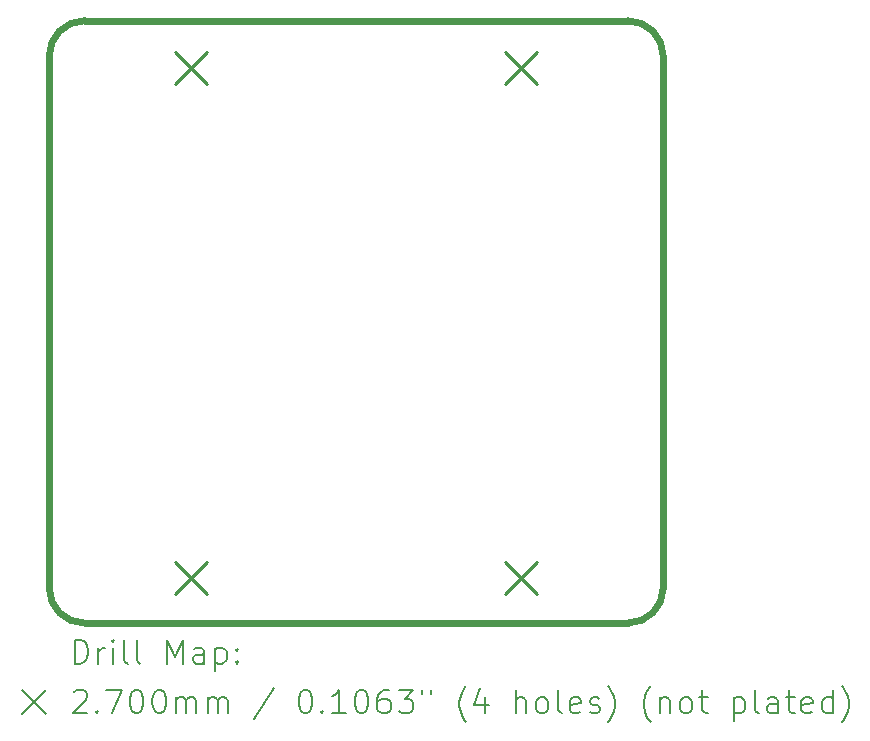
<source format=gbr>
%TF.GenerationSoftware,KiCad,Pcbnew,7.0.1-0*%
%TF.CreationDate,2023-04-02T19:04:10+10:00*%
%TF.ProjectId,RP2040_minimal,52503230-3430-45f6-9d69-6e696d616c2e,REV1*%
%TF.SameCoordinates,Original*%
%TF.FileFunction,Drillmap*%
%TF.FilePolarity,Positive*%
%FSLAX45Y45*%
G04 Gerber Fmt 4.5, Leading zero omitted, Abs format (unit mm)*
G04 Created by KiCad (PCBNEW 7.0.1-0) date 2023-04-02 19:04:10*
%MOMM*%
%LPD*%
G01*
G04 APERTURE LIST*
%ADD10C,0.600000*%
%ADD11C,0.200000*%
%ADD12C,0.270000*%
G04 APERTURE END LIST*
D10*
X12300000Y-12100000D02*
X7700000Y-12100000D01*
X12600000Y-7300000D02*
X12600000Y-11800000D01*
X7700000Y-7000000D02*
X12300000Y-7000000D01*
X7400000Y-11800000D02*
X7400000Y-7300000D01*
X7700000Y-7000000D02*
G75*
G03*
X7400000Y-7300000I0J-300000D01*
G01*
X12300000Y-12100000D02*
G75*
G03*
X12600000Y-11800000I0J300000D01*
G01*
X12600000Y-7300000D02*
G75*
G03*
X12300000Y-7000000I-300000J0D01*
G01*
X7400000Y-11800000D02*
G75*
G03*
X7700000Y-12100000I300000J0D01*
G01*
D11*
D12*
X8468000Y-7265000D02*
X8738000Y-7535000D01*
X8738000Y-7265000D02*
X8468000Y-7535000D01*
X8468000Y-11583000D02*
X8738000Y-11853000D01*
X8738000Y-11583000D02*
X8468000Y-11853000D01*
X11262000Y-7265000D02*
X11532000Y-7535000D01*
X11532000Y-7265000D02*
X11262000Y-7535000D01*
X11262000Y-11583000D02*
X11532000Y-11853000D01*
X11532000Y-11583000D02*
X11262000Y-11853000D01*
D11*
X7617619Y-12442524D02*
X7617619Y-12242524D01*
X7617619Y-12242524D02*
X7665238Y-12242524D01*
X7665238Y-12242524D02*
X7693809Y-12252048D01*
X7693809Y-12252048D02*
X7712857Y-12271095D01*
X7712857Y-12271095D02*
X7722381Y-12290143D01*
X7722381Y-12290143D02*
X7731905Y-12328238D01*
X7731905Y-12328238D02*
X7731905Y-12356809D01*
X7731905Y-12356809D02*
X7722381Y-12394905D01*
X7722381Y-12394905D02*
X7712857Y-12413952D01*
X7712857Y-12413952D02*
X7693809Y-12433000D01*
X7693809Y-12433000D02*
X7665238Y-12442524D01*
X7665238Y-12442524D02*
X7617619Y-12442524D01*
X7817619Y-12442524D02*
X7817619Y-12309190D01*
X7817619Y-12347286D02*
X7827143Y-12328238D01*
X7827143Y-12328238D02*
X7836667Y-12318714D01*
X7836667Y-12318714D02*
X7855714Y-12309190D01*
X7855714Y-12309190D02*
X7874762Y-12309190D01*
X7941428Y-12442524D02*
X7941428Y-12309190D01*
X7941428Y-12242524D02*
X7931905Y-12252048D01*
X7931905Y-12252048D02*
X7941428Y-12261571D01*
X7941428Y-12261571D02*
X7950952Y-12252048D01*
X7950952Y-12252048D02*
X7941428Y-12242524D01*
X7941428Y-12242524D02*
X7941428Y-12261571D01*
X8065238Y-12442524D02*
X8046190Y-12433000D01*
X8046190Y-12433000D02*
X8036667Y-12413952D01*
X8036667Y-12413952D02*
X8036667Y-12242524D01*
X8170000Y-12442524D02*
X8150952Y-12433000D01*
X8150952Y-12433000D02*
X8141428Y-12413952D01*
X8141428Y-12413952D02*
X8141428Y-12242524D01*
X8398571Y-12442524D02*
X8398571Y-12242524D01*
X8398571Y-12242524D02*
X8465238Y-12385381D01*
X8465238Y-12385381D02*
X8531905Y-12242524D01*
X8531905Y-12242524D02*
X8531905Y-12442524D01*
X8712857Y-12442524D02*
X8712857Y-12337762D01*
X8712857Y-12337762D02*
X8703333Y-12318714D01*
X8703333Y-12318714D02*
X8684286Y-12309190D01*
X8684286Y-12309190D02*
X8646190Y-12309190D01*
X8646190Y-12309190D02*
X8627143Y-12318714D01*
X8712857Y-12433000D02*
X8693810Y-12442524D01*
X8693810Y-12442524D02*
X8646190Y-12442524D01*
X8646190Y-12442524D02*
X8627143Y-12433000D01*
X8627143Y-12433000D02*
X8617619Y-12413952D01*
X8617619Y-12413952D02*
X8617619Y-12394905D01*
X8617619Y-12394905D02*
X8627143Y-12375857D01*
X8627143Y-12375857D02*
X8646190Y-12366333D01*
X8646190Y-12366333D02*
X8693810Y-12366333D01*
X8693810Y-12366333D02*
X8712857Y-12356809D01*
X8808095Y-12309190D02*
X8808095Y-12509190D01*
X8808095Y-12318714D02*
X8827143Y-12309190D01*
X8827143Y-12309190D02*
X8865238Y-12309190D01*
X8865238Y-12309190D02*
X8884286Y-12318714D01*
X8884286Y-12318714D02*
X8893810Y-12328238D01*
X8893810Y-12328238D02*
X8903333Y-12347286D01*
X8903333Y-12347286D02*
X8903333Y-12404428D01*
X8903333Y-12404428D02*
X8893810Y-12423476D01*
X8893810Y-12423476D02*
X8884286Y-12433000D01*
X8884286Y-12433000D02*
X8865238Y-12442524D01*
X8865238Y-12442524D02*
X8827143Y-12442524D01*
X8827143Y-12442524D02*
X8808095Y-12433000D01*
X8989048Y-12423476D02*
X8998571Y-12433000D01*
X8998571Y-12433000D02*
X8989048Y-12442524D01*
X8989048Y-12442524D02*
X8979524Y-12433000D01*
X8979524Y-12433000D02*
X8989048Y-12423476D01*
X8989048Y-12423476D02*
X8989048Y-12442524D01*
X8989048Y-12318714D02*
X8998571Y-12328238D01*
X8998571Y-12328238D02*
X8989048Y-12337762D01*
X8989048Y-12337762D02*
X8979524Y-12328238D01*
X8979524Y-12328238D02*
X8989048Y-12318714D01*
X8989048Y-12318714D02*
X8989048Y-12337762D01*
X7170000Y-12670000D02*
X7370000Y-12870000D01*
X7370000Y-12670000D02*
X7170000Y-12870000D01*
X7608095Y-12681571D02*
X7617619Y-12672048D01*
X7617619Y-12672048D02*
X7636667Y-12662524D01*
X7636667Y-12662524D02*
X7684286Y-12662524D01*
X7684286Y-12662524D02*
X7703333Y-12672048D01*
X7703333Y-12672048D02*
X7712857Y-12681571D01*
X7712857Y-12681571D02*
X7722381Y-12700619D01*
X7722381Y-12700619D02*
X7722381Y-12719667D01*
X7722381Y-12719667D02*
X7712857Y-12748238D01*
X7712857Y-12748238D02*
X7598571Y-12862524D01*
X7598571Y-12862524D02*
X7722381Y-12862524D01*
X7808095Y-12843476D02*
X7817619Y-12853000D01*
X7817619Y-12853000D02*
X7808095Y-12862524D01*
X7808095Y-12862524D02*
X7798571Y-12853000D01*
X7798571Y-12853000D02*
X7808095Y-12843476D01*
X7808095Y-12843476D02*
X7808095Y-12862524D01*
X7884286Y-12662524D02*
X8017619Y-12662524D01*
X8017619Y-12662524D02*
X7931905Y-12862524D01*
X8131905Y-12662524D02*
X8150952Y-12662524D01*
X8150952Y-12662524D02*
X8170000Y-12672048D01*
X8170000Y-12672048D02*
X8179524Y-12681571D01*
X8179524Y-12681571D02*
X8189048Y-12700619D01*
X8189048Y-12700619D02*
X8198571Y-12738714D01*
X8198571Y-12738714D02*
X8198571Y-12786333D01*
X8198571Y-12786333D02*
X8189048Y-12824428D01*
X8189048Y-12824428D02*
X8179524Y-12843476D01*
X8179524Y-12843476D02*
X8170000Y-12853000D01*
X8170000Y-12853000D02*
X8150952Y-12862524D01*
X8150952Y-12862524D02*
X8131905Y-12862524D01*
X8131905Y-12862524D02*
X8112857Y-12853000D01*
X8112857Y-12853000D02*
X8103333Y-12843476D01*
X8103333Y-12843476D02*
X8093809Y-12824428D01*
X8093809Y-12824428D02*
X8084286Y-12786333D01*
X8084286Y-12786333D02*
X8084286Y-12738714D01*
X8084286Y-12738714D02*
X8093809Y-12700619D01*
X8093809Y-12700619D02*
X8103333Y-12681571D01*
X8103333Y-12681571D02*
X8112857Y-12672048D01*
X8112857Y-12672048D02*
X8131905Y-12662524D01*
X8322381Y-12662524D02*
X8341429Y-12662524D01*
X8341429Y-12662524D02*
X8360476Y-12672048D01*
X8360476Y-12672048D02*
X8370000Y-12681571D01*
X8370000Y-12681571D02*
X8379524Y-12700619D01*
X8379524Y-12700619D02*
X8389048Y-12738714D01*
X8389048Y-12738714D02*
X8389048Y-12786333D01*
X8389048Y-12786333D02*
X8379524Y-12824428D01*
X8379524Y-12824428D02*
X8370000Y-12843476D01*
X8370000Y-12843476D02*
X8360476Y-12853000D01*
X8360476Y-12853000D02*
X8341429Y-12862524D01*
X8341429Y-12862524D02*
X8322381Y-12862524D01*
X8322381Y-12862524D02*
X8303333Y-12853000D01*
X8303333Y-12853000D02*
X8293809Y-12843476D01*
X8293809Y-12843476D02*
X8284286Y-12824428D01*
X8284286Y-12824428D02*
X8274762Y-12786333D01*
X8274762Y-12786333D02*
X8274762Y-12738714D01*
X8274762Y-12738714D02*
X8284286Y-12700619D01*
X8284286Y-12700619D02*
X8293809Y-12681571D01*
X8293809Y-12681571D02*
X8303333Y-12672048D01*
X8303333Y-12672048D02*
X8322381Y-12662524D01*
X8474762Y-12862524D02*
X8474762Y-12729190D01*
X8474762Y-12748238D02*
X8484286Y-12738714D01*
X8484286Y-12738714D02*
X8503333Y-12729190D01*
X8503333Y-12729190D02*
X8531905Y-12729190D01*
X8531905Y-12729190D02*
X8550952Y-12738714D01*
X8550952Y-12738714D02*
X8560476Y-12757762D01*
X8560476Y-12757762D02*
X8560476Y-12862524D01*
X8560476Y-12757762D02*
X8570000Y-12738714D01*
X8570000Y-12738714D02*
X8589048Y-12729190D01*
X8589048Y-12729190D02*
X8617619Y-12729190D01*
X8617619Y-12729190D02*
X8636667Y-12738714D01*
X8636667Y-12738714D02*
X8646191Y-12757762D01*
X8646191Y-12757762D02*
X8646191Y-12862524D01*
X8741429Y-12862524D02*
X8741429Y-12729190D01*
X8741429Y-12748238D02*
X8750952Y-12738714D01*
X8750952Y-12738714D02*
X8770000Y-12729190D01*
X8770000Y-12729190D02*
X8798572Y-12729190D01*
X8798572Y-12729190D02*
X8817619Y-12738714D01*
X8817619Y-12738714D02*
X8827143Y-12757762D01*
X8827143Y-12757762D02*
X8827143Y-12862524D01*
X8827143Y-12757762D02*
X8836667Y-12738714D01*
X8836667Y-12738714D02*
X8855714Y-12729190D01*
X8855714Y-12729190D02*
X8884286Y-12729190D01*
X8884286Y-12729190D02*
X8903333Y-12738714D01*
X8903333Y-12738714D02*
X8912857Y-12757762D01*
X8912857Y-12757762D02*
X8912857Y-12862524D01*
X9303333Y-12653000D02*
X9131905Y-12910143D01*
X9560476Y-12662524D02*
X9579524Y-12662524D01*
X9579524Y-12662524D02*
X9598572Y-12672048D01*
X9598572Y-12672048D02*
X9608095Y-12681571D01*
X9608095Y-12681571D02*
X9617619Y-12700619D01*
X9617619Y-12700619D02*
X9627143Y-12738714D01*
X9627143Y-12738714D02*
X9627143Y-12786333D01*
X9627143Y-12786333D02*
X9617619Y-12824428D01*
X9617619Y-12824428D02*
X9608095Y-12843476D01*
X9608095Y-12843476D02*
X9598572Y-12853000D01*
X9598572Y-12853000D02*
X9579524Y-12862524D01*
X9579524Y-12862524D02*
X9560476Y-12862524D01*
X9560476Y-12862524D02*
X9541429Y-12853000D01*
X9541429Y-12853000D02*
X9531905Y-12843476D01*
X9531905Y-12843476D02*
X9522381Y-12824428D01*
X9522381Y-12824428D02*
X9512857Y-12786333D01*
X9512857Y-12786333D02*
X9512857Y-12738714D01*
X9512857Y-12738714D02*
X9522381Y-12700619D01*
X9522381Y-12700619D02*
X9531905Y-12681571D01*
X9531905Y-12681571D02*
X9541429Y-12672048D01*
X9541429Y-12672048D02*
X9560476Y-12662524D01*
X9712857Y-12843476D02*
X9722381Y-12853000D01*
X9722381Y-12853000D02*
X9712857Y-12862524D01*
X9712857Y-12862524D02*
X9703334Y-12853000D01*
X9703334Y-12853000D02*
X9712857Y-12843476D01*
X9712857Y-12843476D02*
X9712857Y-12862524D01*
X9912857Y-12862524D02*
X9798572Y-12862524D01*
X9855714Y-12862524D02*
X9855714Y-12662524D01*
X9855714Y-12662524D02*
X9836667Y-12691095D01*
X9836667Y-12691095D02*
X9817619Y-12710143D01*
X9817619Y-12710143D02*
X9798572Y-12719667D01*
X10036667Y-12662524D02*
X10055715Y-12662524D01*
X10055715Y-12662524D02*
X10074762Y-12672048D01*
X10074762Y-12672048D02*
X10084286Y-12681571D01*
X10084286Y-12681571D02*
X10093810Y-12700619D01*
X10093810Y-12700619D02*
X10103334Y-12738714D01*
X10103334Y-12738714D02*
X10103334Y-12786333D01*
X10103334Y-12786333D02*
X10093810Y-12824428D01*
X10093810Y-12824428D02*
X10084286Y-12843476D01*
X10084286Y-12843476D02*
X10074762Y-12853000D01*
X10074762Y-12853000D02*
X10055715Y-12862524D01*
X10055715Y-12862524D02*
X10036667Y-12862524D01*
X10036667Y-12862524D02*
X10017619Y-12853000D01*
X10017619Y-12853000D02*
X10008095Y-12843476D01*
X10008095Y-12843476D02*
X9998572Y-12824428D01*
X9998572Y-12824428D02*
X9989048Y-12786333D01*
X9989048Y-12786333D02*
X9989048Y-12738714D01*
X9989048Y-12738714D02*
X9998572Y-12700619D01*
X9998572Y-12700619D02*
X10008095Y-12681571D01*
X10008095Y-12681571D02*
X10017619Y-12672048D01*
X10017619Y-12672048D02*
X10036667Y-12662524D01*
X10274762Y-12662524D02*
X10236667Y-12662524D01*
X10236667Y-12662524D02*
X10217619Y-12672048D01*
X10217619Y-12672048D02*
X10208095Y-12681571D01*
X10208095Y-12681571D02*
X10189048Y-12710143D01*
X10189048Y-12710143D02*
X10179524Y-12748238D01*
X10179524Y-12748238D02*
X10179524Y-12824428D01*
X10179524Y-12824428D02*
X10189048Y-12843476D01*
X10189048Y-12843476D02*
X10198572Y-12853000D01*
X10198572Y-12853000D02*
X10217619Y-12862524D01*
X10217619Y-12862524D02*
X10255715Y-12862524D01*
X10255715Y-12862524D02*
X10274762Y-12853000D01*
X10274762Y-12853000D02*
X10284286Y-12843476D01*
X10284286Y-12843476D02*
X10293810Y-12824428D01*
X10293810Y-12824428D02*
X10293810Y-12776809D01*
X10293810Y-12776809D02*
X10284286Y-12757762D01*
X10284286Y-12757762D02*
X10274762Y-12748238D01*
X10274762Y-12748238D02*
X10255715Y-12738714D01*
X10255715Y-12738714D02*
X10217619Y-12738714D01*
X10217619Y-12738714D02*
X10198572Y-12748238D01*
X10198572Y-12748238D02*
X10189048Y-12757762D01*
X10189048Y-12757762D02*
X10179524Y-12776809D01*
X10360476Y-12662524D02*
X10484286Y-12662524D01*
X10484286Y-12662524D02*
X10417619Y-12738714D01*
X10417619Y-12738714D02*
X10446191Y-12738714D01*
X10446191Y-12738714D02*
X10465238Y-12748238D01*
X10465238Y-12748238D02*
X10474762Y-12757762D01*
X10474762Y-12757762D02*
X10484286Y-12776809D01*
X10484286Y-12776809D02*
X10484286Y-12824428D01*
X10484286Y-12824428D02*
X10474762Y-12843476D01*
X10474762Y-12843476D02*
X10465238Y-12853000D01*
X10465238Y-12853000D02*
X10446191Y-12862524D01*
X10446191Y-12862524D02*
X10389048Y-12862524D01*
X10389048Y-12862524D02*
X10370000Y-12853000D01*
X10370000Y-12853000D02*
X10360476Y-12843476D01*
X10560476Y-12662524D02*
X10560476Y-12700619D01*
X10636667Y-12662524D02*
X10636667Y-12700619D01*
X10931905Y-12938714D02*
X10922381Y-12929190D01*
X10922381Y-12929190D02*
X10903334Y-12900619D01*
X10903334Y-12900619D02*
X10893810Y-12881571D01*
X10893810Y-12881571D02*
X10884286Y-12853000D01*
X10884286Y-12853000D02*
X10874762Y-12805381D01*
X10874762Y-12805381D02*
X10874762Y-12767286D01*
X10874762Y-12767286D02*
X10884286Y-12719667D01*
X10884286Y-12719667D02*
X10893810Y-12691095D01*
X10893810Y-12691095D02*
X10903334Y-12672048D01*
X10903334Y-12672048D02*
X10922381Y-12643476D01*
X10922381Y-12643476D02*
X10931905Y-12633952D01*
X11093810Y-12729190D02*
X11093810Y-12862524D01*
X11046191Y-12653000D02*
X10998572Y-12795857D01*
X10998572Y-12795857D02*
X11122381Y-12795857D01*
X11350953Y-12862524D02*
X11350953Y-12662524D01*
X11436667Y-12862524D02*
X11436667Y-12757762D01*
X11436667Y-12757762D02*
X11427143Y-12738714D01*
X11427143Y-12738714D02*
X11408096Y-12729190D01*
X11408096Y-12729190D02*
X11379524Y-12729190D01*
X11379524Y-12729190D02*
X11360476Y-12738714D01*
X11360476Y-12738714D02*
X11350953Y-12748238D01*
X11560476Y-12862524D02*
X11541429Y-12853000D01*
X11541429Y-12853000D02*
X11531905Y-12843476D01*
X11531905Y-12843476D02*
X11522381Y-12824428D01*
X11522381Y-12824428D02*
X11522381Y-12767286D01*
X11522381Y-12767286D02*
X11531905Y-12748238D01*
X11531905Y-12748238D02*
X11541429Y-12738714D01*
X11541429Y-12738714D02*
X11560476Y-12729190D01*
X11560476Y-12729190D02*
X11589048Y-12729190D01*
X11589048Y-12729190D02*
X11608096Y-12738714D01*
X11608096Y-12738714D02*
X11617619Y-12748238D01*
X11617619Y-12748238D02*
X11627143Y-12767286D01*
X11627143Y-12767286D02*
X11627143Y-12824428D01*
X11627143Y-12824428D02*
X11617619Y-12843476D01*
X11617619Y-12843476D02*
X11608096Y-12853000D01*
X11608096Y-12853000D02*
X11589048Y-12862524D01*
X11589048Y-12862524D02*
X11560476Y-12862524D01*
X11741429Y-12862524D02*
X11722381Y-12853000D01*
X11722381Y-12853000D02*
X11712857Y-12833952D01*
X11712857Y-12833952D02*
X11712857Y-12662524D01*
X11893810Y-12853000D02*
X11874762Y-12862524D01*
X11874762Y-12862524D02*
X11836667Y-12862524D01*
X11836667Y-12862524D02*
X11817619Y-12853000D01*
X11817619Y-12853000D02*
X11808096Y-12833952D01*
X11808096Y-12833952D02*
X11808096Y-12757762D01*
X11808096Y-12757762D02*
X11817619Y-12738714D01*
X11817619Y-12738714D02*
X11836667Y-12729190D01*
X11836667Y-12729190D02*
X11874762Y-12729190D01*
X11874762Y-12729190D02*
X11893810Y-12738714D01*
X11893810Y-12738714D02*
X11903334Y-12757762D01*
X11903334Y-12757762D02*
X11903334Y-12776809D01*
X11903334Y-12776809D02*
X11808096Y-12795857D01*
X11979524Y-12853000D02*
X11998572Y-12862524D01*
X11998572Y-12862524D02*
X12036667Y-12862524D01*
X12036667Y-12862524D02*
X12055715Y-12853000D01*
X12055715Y-12853000D02*
X12065238Y-12833952D01*
X12065238Y-12833952D02*
X12065238Y-12824428D01*
X12065238Y-12824428D02*
X12055715Y-12805381D01*
X12055715Y-12805381D02*
X12036667Y-12795857D01*
X12036667Y-12795857D02*
X12008096Y-12795857D01*
X12008096Y-12795857D02*
X11989048Y-12786333D01*
X11989048Y-12786333D02*
X11979524Y-12767286D01*
X11979524Y-12767286D02*
X11979524Y-12757762D01*
X11979524Y-12757762D02*
X11989048Y-12738714D01*
X11989048Y-12738714D02*
X12008096Y-12729190D01*
X12008096Y-12729190D02*
X12036667Y-12729190D01*
X12036667Y-12729190D02*
X12055715Y-12738714D01*
X12131905Y-12938714D02*
X12141429Y-12929190D01*
X12141429Y-12929190D02*
X12160477Y-12900619D01*
X12160477Y-12900619D02*
X12170000Y-12881571D01*
X12170000Y-12881571D02*
X12179524Y-12853000D01*
X12179524Y-12853000D02*
X12189048Y-12805381D01*
X12189048Y-12805381D02*
X12189048Y-12767286D01*
X12189048Y-12767286D02*
X12179524Y-12719667D01*
X12179524Y-12719667D02*
X12170000Y-12691095D01*
X12170000Y-12691095D02*
X12160477Y-12672048D01*
X12160477Y-12672048D02*
X12141429Y-12643476D01*
X12141429Y-12643476D02*
X12131905Y-12633952D01*
X12493810Y-12938714D02*
X12484286Y-12929190D01*
X12484286Y-12929190D02*
X12465238Y-12900619D01*
X12465238Y-12900619D02*
X12455715Y-12881571D01*
X12455715Y-12881571D02*
X12446191Y-12853000D01*
X12446191Y-12853000D02*
X12436667Y-12805381D01*
X12436667Y-12805381D02*
X12436667Y-12767286D01*
X12436667Y-12767286D02*
X12446191Y-12719667D01*
X12446191Y-12719667D02*
X12455715Y-12691095D01*
X12455715Y-12691095D02*
X12465238Y-12672048D01*
X12465238Y-12672048D02*
X12484286Y-12643476D01*
X12484286Y-12643476D02*
X12493810Y-12633952D01*
X12570000Y-12729190D02*
X12570000Y-12862524D01*
X12570000Y-12748238D02*
X12579524Y-12738714D01*
X12579524Y-12738714D02*
X12598572Y-12729190D01*
X12598572Y-12729190D02*
X12627143Y-12729190D01*
X12627143Y-12729190D02*
X12646191Y-12738714D01*
X12646191Y-12738714D02*
X12655715Y-12757762D01*
X12655715Y-12757762D02*
X12655715Y-12862524D01*
X12779524Y-12862524D02*
X12760477Y-12853000D01*
X12760477Y-12853000D02*
X12750953Y-12843476D01*
X12750953Y-12843476D02*
X12741429Y-12824428D01*
X12741429Y-12824428D02*
X12741429Y-12767286D01*
X12741429Y-12767286D02*
X12750953Y-12748238D01*
X12750953Y-12748238D02*
X12760477Y-12738714D01*
X12760477Y-12738714D02*
X12779524Y-12729190D01*
X12779524Y-12729190D02*
X12808096Y-12729190D01*
X12808096Y-12729190D02*
X12827143Y-12738714D01*
X12827143Y-12738714D02*
X12836667Y-12748238D01*
X12836667Y-12748238D02*
X12846191Y-12767286D01*
X12846191Y-12767286D02*
X12846191Y-12824428D01*
X12846191Y-12824428D02*
X12836667Y-12843476D01*
X12836667Y-12843476D02*
X12827143Y-12853000D01*
X12827143Y-12853000D02*
X12808096Y-12862524D01*
X12808096Y-12862524D02*
X12779524Y-12862524D01*
X12903334Y-12729190D02*
X12979524Y-12729190D01*
X12931905Y-12662524D02*
X12931905Y-12833952D01*
X12931905Y-12833952D02*
X12941429Y-12853000D01*
X12941429Y-12853000D02*
X12960477Y-12862524D01*
X12960477Y-12862524D02*
X12979524Y-12862524D01*
X13198572Y-12729190D02*
X13198572Y-12929190D01*
X13198572Y-12738714D02*
X13217619Y-12729190D01*
X13217619Y-12729190D02*
X13255715Y-12729190D01*
X13255715Y-12729190D02*
X13274762Y-12738714D01*
X13274762Y-12738714D02*
X13284286Y-12748238D01*
X13284286Y-12748238D02*
X13293810Y-12767286D01*
X13293810Y-12767286D02*
X13293810Y-12824428D01*
X13293810Y-12824428D02*
X13284286Y-12843476D01*
X13284286Y-12843476D02*
X13274762Y-12853000D01*
X13274762Y-12853000D02*
X13255715Y-12862524D01*
X13255715Y-12862524D02*
X13217619Y-12862524D01*
X13217619Y-12862524D02*
X13198572Y-12853000D01*
X13408096Y-12862524D02*
X13389048Y-12853000D01*
X13389048Y-12853000D02*
X13379524Y-12833952D01*
X13379524Y-12833952D02*
X13379524Y-12662524D01*
X13570000Y-12862524D02*
X13570000Y-12757762D01*
X13570000Y-12757762D02*
X13560477Y-12738714D01*
X13560477Y-12738714D02*
X13541429Y-12729190D01*
X13541429Y-12729190D02*
X13503334Y-12729190D01*
X13503334Y-12729190D02*
X13484286Y-12738714D01*
X13570000Y-12853000D02*
X13550953Y-12862524D01*
X13550953Y-12862524D02*
X13503334Y-12862524D01*
X13503334Y-12862524D02*
X13484286Y-12853000D01*
X13484286Y-12853000D02*
X13474762Y-12833952D01*
X13474762Y-12833952D02*
X13474762Y-12814905D01*
X13474762Y-12814905D02*
X13484286Y-12795857D01*
X13484286Y-12795857D02*
X13503334Y-12786333D01*
X13503334Y-12786333D02*
X13550953Y-12786333D01*
X13550953Y-12786333D02*
X13570000Y-12776809D01*
X13636667Y-12729190D02*
X13712858Y-12729190D01*
X13665239Y-12662524D02*
X13665239Y-12833952D01*
X13665239Y-12833952D02*
X13674762Y-12853000D01*
X13674762Y-12853000D02*
X13693810Y-12862524D01*
X13693810Y-12862524D02*
X13712858Y-12862524D01*
X13855715Y-12853000D02*
X13836667Y-12862524D01*
X13836667Y-12862524D02*
X13798572Y-12862524D01*
X13798572Y-12862524D02*
X13779524Y-12853000D01*
X13779524Y-12853000D02*
X13770000Y-12833952D01*
X13770000Y-12833952D02*
X13770000Y-12757762D01*
X13770000Y-12757762D02*
X13779524Y-12738714D01*
X13779524Y-12738714D02*
X13798572Y-12729190D01*
X13798572Y-12729190D02*
X13836667Y-12729190D01*
X13836667Y-12729190D02*
X13855715Y-12738714D01*
X13855715Y-12738714D02*
X13865239Y-12757762D01*
X13865239Y-12757762D02*
X13865239Y-12776809D01*
X13865239Y-12776809D02*
X13770000Y-12795857D01*
X14036667Y-12862524D02*
X14036667Y-12662524D01*
X14036667Y-12853000D02*
X14017620Y-12862524D01*
X14017620Y-12862524D02*
X13979524Y-12862524D01*
X13979524Y-12862524D02*
X13960477Y-12853000D01*
X13960477Y-12853000D02*
X13950953Y-12843476D01*
X13950953Y-12843476D02*
X13941429Y-12824428D01*
X13941429Y-12824428D02*
X13941429Y-12767286D01*
X13941429Y-12767286D02*
X13950953Y-12748238D01*
X13950953Y-12748238D02*
X13960477Y-12738714D01*
X13960477Y-12738714D02*
X13979524Y-12729190D01*
X13979524Y-12729190D02*
X14017620Y-12729190D01*
X14017620Y-12729190D02*
X14036667Y-12738714D01*
X14112858Y-12938714D02*
X14122381Y-12929190D01*
X14122381Y-12929190D02*
X14141429Y-12900619D01*
X14141429Y-12900619D02*
X14150953Y-12881571D01*
X14150953Y-12881571D02*
X14160477Y-12853000D01*
X14160477Y-12853000D02*
X14170000Y-12805381D01*
X14170000Y-12805381D02*
X14170000Y-12767286D01*
X14170000Y-12767286D02*
X14160477Y-12719667D01*
X14160477Y-12719667D02*
X14150953Y-12691095D01*
X14150953Y-12691095D02*
X14141429Y-12672048D01*
X14141429Y-12672048D02*
X14122381Y-12643476D01*
X14122381Y-12643476D02*
X14112858Y-12633952D01*
M02*

</source>
